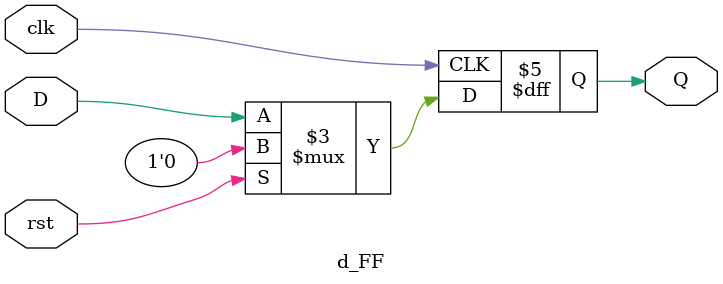
<source format=sv>
`timescale 1ns / 1ps


module clocking_logic (
    input  logic clk, rst, read, write, Wait, Done, strt, stop,
    output logic Enable, R, W
    );
    logic Run, SDone;
    logic notBusy;
    
jk_FF read_ff (
    .j(read),
    .k(SDone),
    .clk(clk),
    .rst(rst),
    .Q(R) );
    
jk_FF write_ff (
    .j(write),
    .k(SDone),
    .clk(clk),
    .rst(rst),
    .Q(W) );
    
jk_FF strt_ff (
    .j(strt),
    .k(stop),
    .clk(clk),
    .rst(rst),
    .Q(Run) );
    
d_FF done_ff (
    .D(Done),
    .clk(clk),
    .rst(rst),
    .Q(SDone) );

assign notBusy   = ~Wait | ~(R | W);
assign Enable = Run & (SDone | notBusy);    
    
endmodule

module jk_FF(
    input  logic clk, rst,
    input  logic j, k,
    output logic Q 
    );
always_ff @(posedge clk) begin
    if (rst) Q <= 1'b0;
    else begin
        unique case({j,k})
            2'b00: Q <= Q;
            2'b01: Q <= 1'b0;
            2'b10: Q <= 1'b1;
            2'b11: Q <= ~Q;
        endcase
    end
end
endmodule

module d_FF(
    input  logic rst, clk,
    input  logic D,
    output logic Q);
    
    always_ff @(posedge clk) begin
        if (rst) Q <= 1'b0;
        else     Q <= D;
    end    
endmodule
    
    
    
    
    
    
    
</source>
